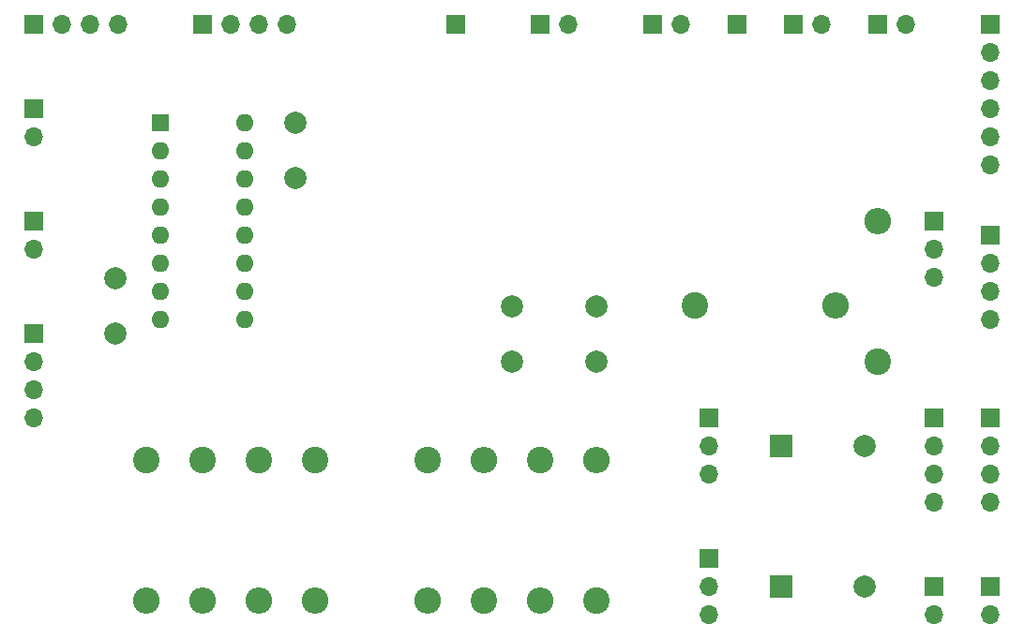
<source format=gbr>
%TF.GenerationSoftware,KiCad,Pcbnew,(7.0.0)*%
%TF.CreationDate,2023-03-20T21:12:40-05:00*%
%TF.ProjectId,test,74657374-2e6b-4696-9361-645f70636258,rev?*%
%TF.SameCoordinates,Original*%
%TF.FileFunction,Soldermask,Bot*%
%TF.FilePolarity,Negative*%
%FSLAX46Y46*%
G04 Gerber Fmt 4.6, Leading zero omitted, Abs format (unit mm)*
G04 Created by KiCad (PCBNEW (7.0.0)) date 2023-03-20 21:12:40*
%MOMM*%
%LPD*%
G01*
G04 APERTURE LIST*
%ADD10R,1.700000X1.700000*%
%ADD11O,1.700000X1.700000*%
%ADD12C,2.000000*%
%ADD13R,2.000000X2.000000*%
%ADD14C,2.400000*%
%ADD15O,2.400000X2.400000*%
%ADD16R,1.600000X1.600000*%
%ADD17O,1.600000X1.600000*%
G04 APERTURE END LIST*
D10*
%TO.C,J43*%
X160044999Y-64779999D03*
D11*
X160044999Y-67319999D03*
X160044999Y-69859999D03*
X160044999Y-72399999D03*
%TD*%
D12*
%TO.C,C5*%
X81026000Y-68660000D03*
X81026000Y-73660000D03*
%TD*%
D10*
%TO.C,J9*%
X160019999Y-81279999D03*
D11*
X160019999Y-83819999D03*
X160019999Y-86359999D03*
X160019999Y-88899999D03*
%TD*%
D13*
%TO.C,C1*%
X141162322Y-83819999D03*
D12*
X148662323Y-83820000D03*
%TD*%
D10*
%TO.C,J7*%
X142239999Y-45719999D03*
D11*
X144779999Y-45719999D03*
%TD*%
D10*
%TO.C,M1*%
X88899999Y-45719999D03*
D11*
X91439999Y-45719999D03*
X93979999Y-45719999D03*
X96519999Y-45719999D03*
%TD*%
D10*
%TO.C,J6*%
X154939999Y-63499999D03*
D11*
X154939999Y-66039999D03*
X154939999Y-68579999D03*
%TD*%
D14*
%TO.C,R2*%
X93980000Y-85090000D03*
D15*
X93979999Y-97789999D03*
%TD*%
D14*
%TO.C,R3*%
X88900000Y-85090000D03*
D15*
X88899999Y-97789999D03*
%TD*%
D10*
%TO.C,J3*%
X154939999Y-96519999D03*
D11*
X154939999Y-99059999D03*
%TD*%
D10*
%TO.C,J1*%
X73659999Y-45719999D03*
D11*
X76199999Y-45719999D03*
X78739999Y-45719999D03*
X81279999Y-45719999D03*
%TD*%
D14*
%TO.C,R1*%
X99060000Y-85090000D03*
D15*
X99059999Y-97789999D03*
%TD*%
D10*
%TO.C,J5*%
X73659999Y-63499999D03*
D11*
X73659999Y-66039999D03*
%TD*%
D10*
%TO.C,J35*%
X111759999Y-45719999D03*
%TD*%
%TO.C,J14*%
X119379999Y-45719999D03*
D11*
X121919999Y-45719999D03*
%TD*%
D14*
%TO.C,R10*%
X149860000Y-76200000D03*
D15*
X149859999Y-63499999D03*
%TD*%
D10*
%TO.C,Q2*%
X134619999Y-81279999D03*
D11*
X134619999Y-83819999D03*
X134619999Y-86359999D03*
%TD*%
D14*
%TO.C,R6*%
X119380000Y-85090000D03*
D15*
X119379999Y-97789999D03*
%TD*%
D10*
%TO.C,J11*%
X129539999Y-45719999D03*
D11*
X132079999Y-45719999D03*
%TD*%
D14*
%TO.C,R5*%
X109220000Y-85090000D03*
D15*
X109219999Y-97789999D03*
%TD*%
D10*
%TO.C,J2*%
X149859999Y-45719999D03*
D11*
X152399999Y-45719999D03*
%TD*%
D10*
%TO.C,J15*%
X73659999Y-73659999D03*
D11*
X73659999Y-76199999D03*
X73659999Y-78739999D03*
X73659999Y-81279999D03*
%TD*%
D12*
%TO.C,C3*%
X116840000Y-71200000D03*
X116840000Y-76200000D03*
%TD*%
D14*
%TO.C,R9*%
X133350000Y-71120000D03*
D15*
X146049999Y-71119999D03*
%TD*%
D10*
%TO.C,J13*%
X160019999Y-45719999D03*
D11*
X160019999Y-48259999D03*
X160019999Y-50799999D03*
X160019999Y-53339999D03*
X160019999Y-55879999D03*
X160019999Y-58419999D03*
%TD*%
D10*
%TO.C,Q1*%
X134619999Y-93979999D03*
D11*
X134619999Y-96519999D03*
X134619999Y-99059999D03*
%TD*%
D12*
%TO.C,C4*%
X124460000Y-76200000D03*
X124460000Y-71200000D03*
%TD*%
D10*
%TO.C,J4*%
X160019999Y-96519999D03*
D11*
X160019999Y-99059999D03*
%TD*%
D12*
%TO.C,C6*%
X97282000Y-59610000D03*
X97282000Y-54610000D03*
%TD*%
D14*
%TO.C,R8*%
X124460000Y-97790000D03*
D15*
X124459999Y-85089999D03*
%TD*%
D14*
%TO.C,R4*%
X83820000Y-85090000D03*
D15*
X83819999Y-97789999D03*
%TD*%
D10*
%TO.C,J10*%
X154964999Y-81279999D03*
D11*
X154964999Y-83819999D03*
X154964999Y-86359999D03*
X154964999Y-88899999D03*
%TD*%
D10*
%TO.C,J42*%
X137159999Y-45719999D03*
%TD*%
D16*
%TO.C,U1*%
X85099999Y-54624999D03*
D17*
X85099999Y-57164999D03*
X85099999Y-59704999D03*
X85099999Y-62244999D03*
X85099999Y-64784999D03*
X85099999Y-67324999D03*
X85099999Y-69864999D03*
X85099999Y-72404999D03*
X92719999Y-72404999D03*
X92719999Y-69864999D03*
X92719999Y-67324999D03*
X92719999Y-64784999D03*
X92719999Y-62244999D03*
X92719999Y-59704999D03*
X92719999Y-57164999D03*
X92719999Y-54624999D03*
%TD*%
D10*
%TO.C,J12*%
X73659999Y-53339999D03*
D11*
X73659999Y-55879999D03*
%TD*%
D14*
%TO.C,R7*%
X114300000Y-97790000D03*
D15*
X114299999Y-85089999D03*
%TD*%
D13*
%TO.C,C2*%
X141162322Y-96519999D03*
D12*
X148662323Y-96520000D03*
%TD*%
M02*

</source>
